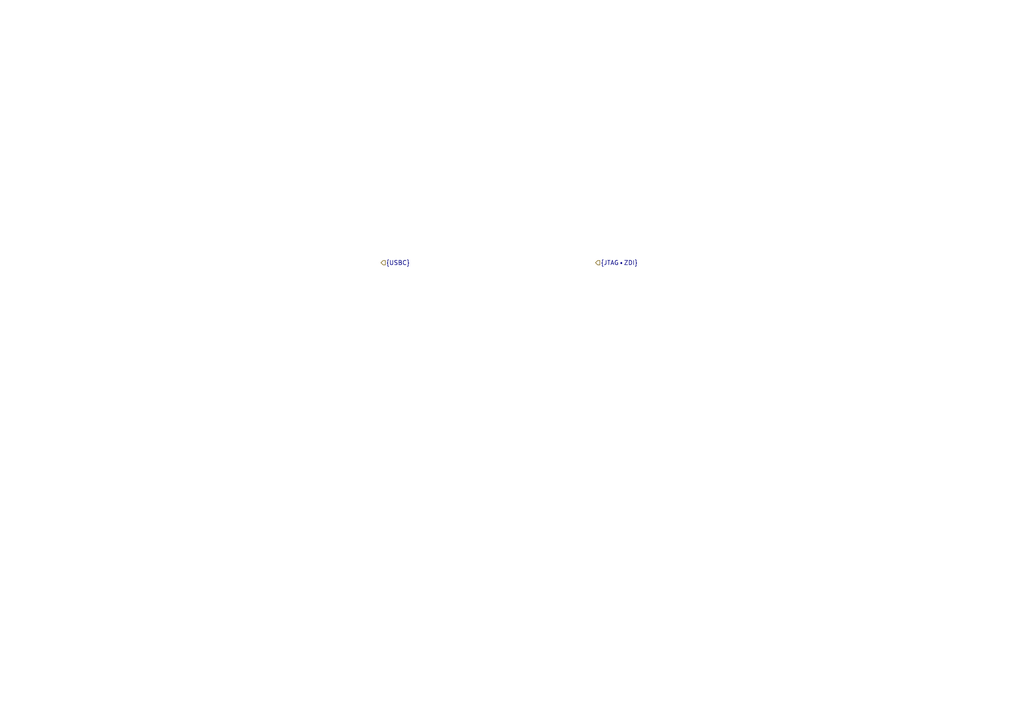
<source format=kicad_sch>
(kicad_sch (version 20230121) (generator eeschema)
  (paper "A4")
  (lib_symbols)
  (hierarchical_label "{JTAG•ZDI}" (shape input) (at 172.72 76.2 0))
  (hierarchical_label "{USBC}" (shape input) (at 110.49 76.2 0))
)
</source>
